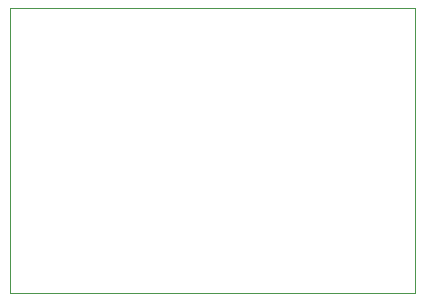
<source format=gbr>
%TF.GenerationSoftware,KiCad,Pcbnew,6.0.8+dfsg-1~bpo11+1+rpt1*%
%TF.CreationDate,2023-03-27T20:05:12+03:00*%
%TF.ProjectId,som_f1c,736f6d5f-6631-4632-9e6b-696361645f70,rev?*%
%TF.SameCoordinates,Original*%
%TF.FileFunction,Profile,NP*%
%FSLAX46Y46*%
G04 Gerber Fmt 4.6, Leading zero omitted, Abs format (unit mm)*
G04 Created by KiCad (PCBNEW 6.0.8+dfsg-1~bpo11+1+rpt1) date 2023-03-27 20:05:12*
%MOMM*%
%LPD*%
G01*
G04 APERTURE LIST*
%TA.AperFunction,Profile*%
%ADD10C,0.050000*%
%TD*%
G04 APERTURE END LIST*
D10*
X96520000Y-120777000D02*
X96520000Y-96647000D01*
X62230000Y-120777000D02*
X96520000Y-120777000D01*
X96520000Y-96647000D02*
X62230000Y-96647000D01*
X62230000Y-96647000D02*
X62230000Y-120777000D01*
M02*

</source>
